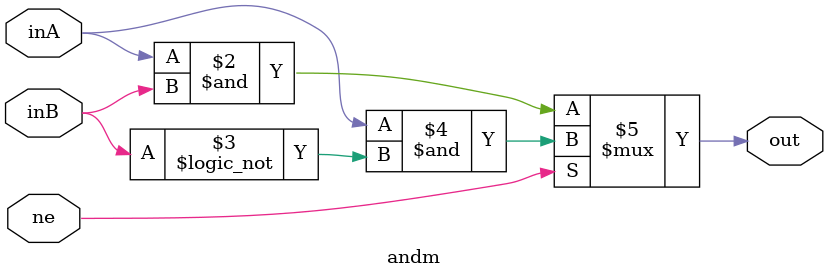
<source format=v>
module andm (inA, inB, out, ne);
//1 bit and for (branch & zero)
input inA, inB, ne;
output out;

assign out= (ne==0) ? inA&inB:(inA&(!inB));

endmodule

</source>
